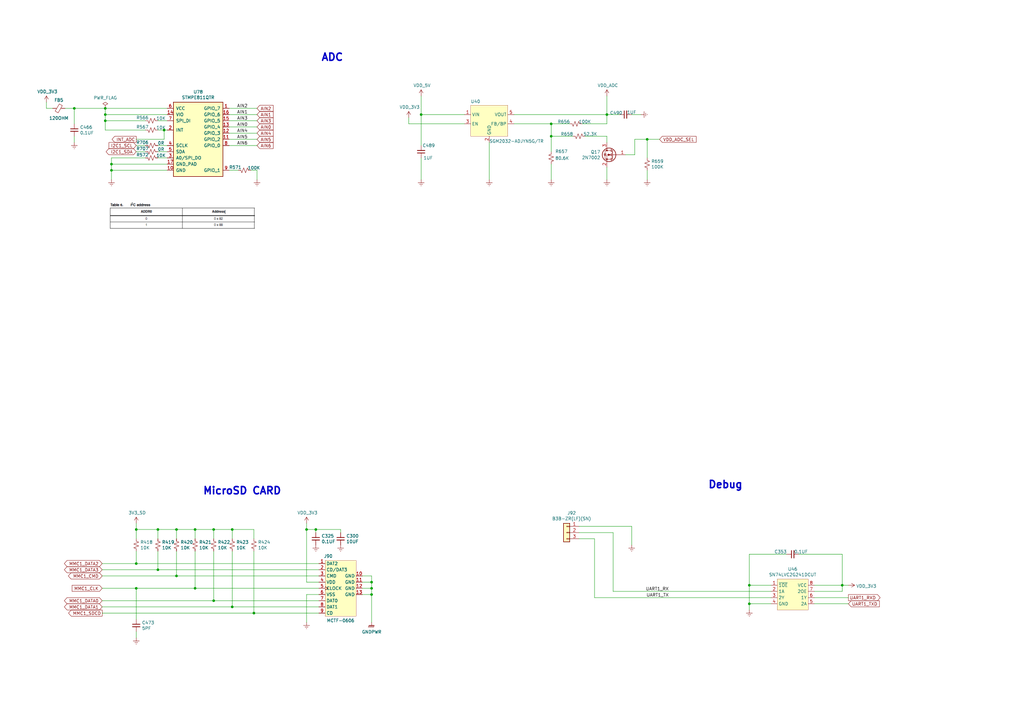
<source format=kicad_sch>
(kicad_sch (version 20210126) (generator eeschema)
  (paper "A3")
  (title_block (title "BeagleBone AI AM57x") (date "2021-01-15") (rev "Kicad-A1") (company "KiCad Services Corporation"))
  (lib_symbols
    (symbol "Connector_Generic:Conn_01x03" (pin_names (offset 1.016) hide)
      (property "Reference" "J" (at 0 5.08 0))
      (property "Value" "Conn_01x03" (at 0 -5.08 0))
      (symbol "Conn_01x03_1_1"
        (rectangle (start -1.27 -2.413) (end 0 -2.667) (stroke (width 0.1524)))
        (rectangle (start -1.27 2.667) (end 0 2.413) (stroke (width 0.1524)))
        (rectangle (start -1.27 3.81) (end 1.27 -3.81) (stroke (width 0.254)) (fill (type background)))
        (rectangle (start -1.27 0.127) (end 0 -0.127) (stroke (width 0.1524)))
        (pin passive line (at -5.08 2.54 0) (length 3.81) (name "Pin_1") (number "1"))
        (pin passive line (at -5.08 0 0) (length 3.81) (name "Pin_2") (number "2"))
        (pin passive line (at -5.08 -2.54 0) (length 3.81) (name "Pin_3") (number "3"))
      )
    )
    (symbol "Device:C_Small" (pin_numbers hide) (pin_names (offset 0.254) hide)
      (property "Reference" "C" (at 0.254 1.778 0))
      (property "Value" "C_Small" (at 0.254 -2.032 0))
      (symbol "C_Small_0_1"
        (polyline (pts (xy -1.524 -0.508) (xy 1.524 -0.508)) (stroke (width 0.3302)))
        (polyline (pts (xy -1.524 0.508) (xy 1.524 0.508)) (stroke (width 0.3048)))
      )
      (symbol "C_Small_1_1"
        (pin passive line (at 0 2.54 270) (length 2.032) (name "~") (number "1"))
        (pin passive line (at 0 -2.54 90) (length 2.032) (name "~") (number "2"))
      )
    )
    (symbol "Device:Ferrite_Bead_Small" (pin_numbers hide) (pin_names (offset 0))
      (property "Reference" "FB" (at 1.905 1.27 0))
      (property "Value" "Ferrite_Bead_Small" (at 1.905 -1.27 0))
      (symbol "Ferrite_Bead_Small_0_1"
        (polyline (pts (xy 0 -1.27) (xy 0 -0.7874)))
        (polyline (pts (xy 0 0.889) (xy 0 1.2954)))
        (polyline (pts (xy -1.8288 0.2794) (xy -1.1176 1.4986) (xy 1.8288 -0.2032) (xy 1.1176 -1.4224) (xy -1.8288 0.2794)))
      )
      (symbol "Ferrite_Bead_Small_1_1"
        (pin passive line (at 0 2.54 270) (length 1.27) (name "~") (number "1"))
        (pin passive line (at 0 -2.54 90) (length 1.27) (name "~") (number "2"))
      )
    )
    (symbol "Device:R_Small_US" (pin_numbers hide) (pin_names (offset 0.254) hide)
      (property "Reference" "R" (at 0.762 0.508 0))
      (property "Value" "R_Small_US" (at 0.762 -1.016 0))
      (symbol "R_Small_US_1_1"
        (polyline (pts (xy 0 0) (xy 1.016 -0.381) (xy 0 -0.762) (xy -1.016 -1.143) (xy 0 -1.524)))
        (polyline (pts (xy 0 1.524) (xy 1.016 1.143) (xy 0 0.762) (xy -1.016 0.381) (xy 0 0)))
        (pin passive line (at 0 2.54 270) (length 1.016) (name "~") (number "1"))
        (pin passive line (at 0 -2.54 90) (length 1.016) (name "~") (number "2"))
      )
    )
    (symbol "Transistor_FET:2N7002" (pin_names hide)
      (property "Reference" "Q" (at 5.08 1.905 0))
      (property "Value" "2N7002" (at 5.08 0 0))
      (symbol "2N7002_0_1"
        (circle (center 1.651 0) (radius 2.794) (stroke (width 0.254)))
        (circle (center 2.54 -1.778) (radius 0.254) (fill (type outline)))
        (circle (center 2.54 1.778) (radius 0.254) (fill (type outline)))
        (polyline (pts (xy 0.254 0) (xy -2.54 0)))
        (polyline (pts (xy 0.254 1.905) (xy 0.254 -1.905)) (stroke (width 0.254)))
        (polyline (pts (xy 0.762 -1.27) (xy 0.762 -2.286)) (stroke (width 0.254)))
        (polyline (pts (xy 0.762 0.508) (xy 0.762 -0.508)) (stroke (width 0.254)))
        (polyline (pts (xy 0.762 2.286) (xy 0.762 1.27)) (stroke (width 0.254)))
        (polyline (pts (xy 2.54 2.54) (xy 2.54 1.778)))
        (polyline (pts (xy 2.54 -2.54) (xy 2.54 0) (xy 0.762 0)))
        (polyline (pts (xy 0.762 -1.778) (xy 3.302 -1.778) (xy 3.302 1.778) (xy 0.762 1.778)))
        (polyline (pts (xy 1.016 0) (xy 2.032 0.381) (xy 2.032 -0.381) (xy 1.016 0)) (fill (type outline)))
        (polyline (pts (xy 2.794 0.508) (xy 2.921 0.381) (xy 3.683 0.381) (xy 3.81 0.254)))
        (polyline (pts (xy 3.302 0.381) (xy 2.921 -0.254) (xy 3.683 -0.254) (xy 3.302 0.381)))
      )
      (symbol "2N7002_1_1"
        (pin input line (at -5.08 0 0) (length 2.54) (name "G") (number "1"))
        (pin passive line (at 2.54 -5.08 90) (length 2.54) (name "S") (number "2"))
        (pin passive line (at 2.54 5.08 270) (length 2.54) (name "D") (number "3"))
      )
    )
    (symbol "beaglebone-ai:3V3_SD" (power) (pin_names (offset 0))
      (property "Value" "3V3_SD" (at 0 3.556 0))
      (symbol "3V3_SD_0_1"
        (polyline (pts (xy -0.762 1.27) (xy 0 2.54)))
        (polyline (pts (xy 0 0) (xy 0 2.54)))
        (polyline (pts (xy 0 2.54) (xy 0.762 1.27)))
      )
      (symbol "3V3_SD_1_1"
        (pin power_in line (at 0 0 90) (length 0) hide (name "3V3_SD") (number "1"))
      )
    )
    (symbol "beaglebone-ai:MCTF-0606"
      (property "Reference" "J" (at -6.35 11.43 0))
      (property "Value" "MCTF-0606" (at -1.27 -13.97 0))
      (symbol "MCTF-0606_0_1"
        (rectangle (start -6.35 10.16) (end 6.35 -12.7) (stroke (width 0.0006)) (fill (type background)))
      )
      (symbol "MCTF-0606_1_1"
        (pin input line (at -8.89 8.89 0) (length 2.54) (name "DAT2") (number "1"))
        (pin bidirectional line (at -8.89 6.35 0) (length 2.54) (name "CD/DAT3") (number "2"))
        (pin bidirectional line (at -8.89 3.81 0) (length 2.54) (name "CMD") (number "3"))
        (pin power_in line (at -8.89 1.27 0) (length 2.54) (name "VDD") (number "4"))
        (pin input clock (at -8.89 -1.27 0) (length 2.54) (name "CLOCK") (number "5"))
        (pin power_in line (at -8.89 -3.81 0) (length 2.54) (name "VSS") (number "6"))
        (pin bidirectional line (at -8.89 -6.35 0) (length 2.54) (name "DAT0") (number "7"))
        (pin bidirectional line (at -8.89 -8.89 0) (length 2.54) (name "DAT1") (number "8"))
        (pin output line (at -8.89 -11.43 0) (length 2.54) (name "CD") (number "9"))
        (pin power_in line (at 8.89 3.81 180) (length 2.54) (name "GND") (number "10"))
        (pin power_in line (at 8.89 1.27 180) (length 2.54) (name "GND") (number "11"))
        (pin power_in line (at 8.89 -1.27 180) (length 2.54) (name "GND") (number "12"))
        (pin power_in line (at 8.89 -3.81 180) (length 2.54) (name "GND") (number "13"))
      )
    )
    (symbol "beaglebone-ai:SGM2032"
      (property "Reference" "U" (at -6.35 12.7 0))
      (property "Value" "SGM2032" (at 8.89 12.7 0))
      (symbol "SGM2032_0_1"
        (rectangle (start -6.35 11.43) (end 8.89 -1.27) (stroke (width 0.0006)) (fill (type background)))
      )
      (symbol "SGM2032_1_1"
        (pin power_in line (at -8.89 7.62 0) (length 2.54) (name "VIN") (number "1"))
        (pin input line (at -8.89 3.81 0) (length 2.54) (name "EN") (number "3"))
        (pin power_in line (at 1.27 -3.81 90) (length 2.54) (name "GND") (number "2"))
        (pin input line (at 11.43 3.81 180) (length 2.54) (name "FB/BP") (number "4"))
        (pin power_out line (at 11.43 7.62 180) (length 2.54) (name "VOUT") (number "5"))
      )
    )
    (symbol "beaglebone-ai:SN74LVC2G241"
      (property "Reference" "U" (at -5.08 7.62 0))
      (property "Value" "SN74LVC2G241" (at 0 -7.62 0))
      (symbol "SN74LVC2G241_0_1"
        (rectangle (start -6.35 6.35) (end 6.35 -6.35) (stroke (width 0.0006)) (fill (type background)))
      )
      (symbol "SN74LVC2G241_1_1"
        (pin input line (at -8.89 3.81 0) (length 2.54) (name "~1OE") (number "1"))
        (pin input line (at -8.89 1.27 0) (length 2.54) (name "1A") (number "2"))
        (pin output line (at -8.89 -1.27 0) (length 2.54) (name "2Y") (number "3"))
        (pin power_in line (at -8.89 -3.81 0) (length 2.54) (name "GND") (number "4"))
        (pin power_in line (at 8.89 3.81 180) (length 2.54) (name "VCC") (number "8"))
        (pin input line (at 8.89 1.27 180) (length 2.54) (name "2OE") (number "7"))
        (pin output line (at 8.89 -1.27 180) (length 2.54) (name "1Y") (number "6"))
        (pin input line (at 8.89 -3.81 180) (length 2.54) (name "2A") (number "5"))
      )
    )
    (symbol "beaglebone-ai:STMPE811" (pin_names (offset 1.016))
      (property "Reference" "U" (at -9.144 16.256 0))
      (property "Value" "STMPE811" (at 6.096 16.256 0))
      (symbol "STMPE811_0_1"
        (rectangle (start -10.16 15.24) (end 10.16 -15.24) (stroke (width 0.254)) (fill (type background)))
      )
      (symbol "STMPE811_1_1"
        (pin bidirectional line (at 12.7 -2.54 180) (length 2.54) (name "GPIO_0") (number "8"))
        (pin input line (at -12.7 -7.62 0) (length 2.54) (name "A0/SPI_DO") (number "3"))
        (pin input line (at -12.7 -2.54 0) (length 2.54) (name "SCLK") (number "4"))
        (pin bidirectional line (at 12.7 -12.7 180) (length 2.54) (name "GPIO_1") (number "9"))
        (pin bidirectional line (at -12.7 -5.08 0) (length 2.54) (name "SDA") (number "5"))
        (pin power_in line (at -12.7 12.7 0) (length 2.54) (name "VCC") (number "6"))
        (pin output line (at -12.7 3.81 0) (length 2.54) (name "INT") (number "2"))
        (pin input line (at -12.7 10.16 0) (length 2.54) (name "VIO") (number "14"))
        (pin input line (at -12.7 7.62 0) (length 2.54) (name "SPI_DI") (number "7"))
        (pin bidirectional line (at 12.7 0 180) (length 2.54) (name "GPIO_2") (number "11"))
        (pin bidirectional line (at 12.7 2.54 180) (length 2.54) (name "GPIO_3") (number "12"))
        (pin bidirectional line (at 12.7 5.08 180) (length 2.54) (name "GPIO_4") (number "13"))
        (pin bidirectional line (at 12.7 7.62 180) (length 2.54) (name "GPIO_5") (number "15"))
        (pin bidirectional line (at 12.7 10.16 180) (length 2.54) (name "GPIO_6") (number "16"))
        (pin bidirectional line (at 12.7 12.7 180) (length 2.54) (name "GPIO_7") (number "1"))
        (pin power_in line (at -12.7 -12.7 0) (length 2.54) (name "GND") (number "10"))
        (pin power_in line (at -12.7 -10.16 0) (length 2.54) (name "GND_PAD") (number "17"))
      )
    )
    (symbol "beaglebone-ai:VDD_3V3" (power) (pin_names (offset 0))
      (property "Value" "VDD_3V3" (at 0 3.556 0))
      (symbol "VDD_3V3_0_1"
        (polyline (pts (xy -0.762 1.27) (xy 0 2.54)))
        (polyline (pts (xy 0 0) (xy 0 2.54)))
        (polyline (pts (xy 0 2.54) (xy 0.762 1.27)))
      )
      (symbol "VDD_3V3_1_1"
        (pin power_in line (at 0 0 90) (length 0) hide (name "VDD_3V3") (number "1"))
      )
    )
    (symbol "beaglebone-ai:VDD_5V" (power) (pin_names (offset 0))
      (property "Value" "VDD_5V" (at 0 3.556 0))
      (symbol "VDD_5V_0_1"
        (polyline (pts (xy -0.762 1.27) (xy 0 2.54)))
        (polyline (pts (xy 0 0) (xy 0 2.54)))
        (polyline (pts (xy 0 2.54) (xy 0.762 1.27)))
      )
      (symbol "VDD_5V_1_1"
        (pin power_in line (at 0 0 90) (length 0) hide (name "VDD_5V") (number "1"))
      )
    )
    (symbol "beaglebone-ai:VDD_ADC" (power) (pin_names (offset 0))
      (property "Value" "VDD_ADC" (at 0 3.556 0))
      (symbol "VDD_ADC_0_1"
        (polyline (pts (xy -0.762 1.27) (xy 0 2.54)))
        (polyline (pts (xy 0 0) (xy 0 2.54)))
        (polyline (pts (xy 0 2.54) (xy 0.762 1.27)))
      )
      (symbol "VDD_ADC_1_1"
        (pin power_in line (at 0 0 90) (length 0) hide (name "VDD_ADC") (number "1"))
      )
    )
    (symbol "power:Earth" (power) (pin_names (offset 0))
      (symbol "Earth_0_1"
        (polyline (pts (xy -0.635 -1.905) (xy 0.635 -1.905)))
        (polyline (pts (xy -0.127 -2.54) (xy 0.127 -2.54)))
        (polyline (pts (xy 0 -1.27) (xy 0 0)))
        (polyline (pts (xy 1.27 -1.27) (xy -1.27 -1.27)))
      )
      (symbol "Earth_1_1"
        (pin power_in line (at 0 0 270) (length 0) hide (name "Earth") (number "1"))
      )
    )
    (symbol "power:GNDPWR" (power) (pin_names (offset 0))
      (property "Value" "GNDPWR" (at 0 -3.302 0))
      (symbol "GNDPWR_0_1"
        (polyline (pts (xy 0 -1.27) (xy 0 0)))
        (polyline (pts (xy -1.016 -1.27) (xy -1.27 -2.032) (xy -1.27 -2.032)) (stroke (width 0.2032)))
        (polyline (pts (xy -0.508 -1.27) (xy -0.762 -2.032) (xy -0.762 -2.032)) (stroke (width 0.2032)))
        (polyline (pts (xy 0 -1.27) (xy -0.254 -2.032) (xy -0.254 -2.032)) (stroke (width 0.2032)))
        (polyline (pts (xy 0.508 -1.27) (xy 0.254 -2.032) (xy 0.254 -2.032)) (stroke (width 0.2032)))
        (polyline (pts (xy 1.016 -1.27) (xy -1.016 -1.27) (xy -1.016 -1.27)) (stroke (width 0.2032)))
        (polyline (pts (xy 1.016 -1.27) (xy 0.762 -2.032) (xy 0.762 -2.032) (xy 0.762 -2.032)) (stroke (width 0.2032)))
      )
      (symbol "GNDPWR_1_1"
        (pin power_in line (at 0 0 270) (length 0) hide (name "GNDPWR") (number "1"))
      )
    )
    (symbol "power:PWR_FLAG" (power) (pin_numbers hide) (pin_names (offset 0) hide)
      (property "Value" "PWR_FLAG" (at 0 3.81 0))
      (symbol "PWR_FLAG_0_0"
        (pin power_out line (at 0 0 90) (length 0) (name "pwr") (number "1"))
      )
      (symbol "PWR_FLAG_0_1"
        (polyline (pts (xy 0 0) (xy 0 1.27) (xy -1.016 1.905) (xy 0 2.54) (xy 1.016 1.905) (xy 0 1.27)))
      )
    )
  )
  (junction (at 30.48 44.45) (diameter 0.9144))
  (junction (at 43.18 44.45) (diameter 0.9144))
  (junction (at 43.18 46.99) (diameter 0.9144))
  (junction (at 43.18 49.53) (diameter 0.9144))
  (junction (at 45.72 67.31) (diameter 0.9144))
  (junction (at 45.72 69.85) (diameter 0.9144))
  (junction (at 55.88 217.17) (diameter 0.9144))
  (junction (at 55.88 231.14) (diameter 0.9144))
  (junction (at 55.88 241.3) (diameter 0.9144))
  (junction (at 64.77 217.17) (diameter 0.9144))
  (junction (at 64.77 233.68) (diameter 0.9144))
  (junction (at 67.31 53.34) (diameter 0.9144))
  (junction (at 72.39 217.17) (diameter 0.9144))
  (junction (at 72.39 236.22) (diameter 0.9144))
  (junction (at 80.01 217.17) (diameter 0.9144))
  (junction (at 80.01 241.3) (diameter 0.9144))
  (junction (at 87.63 217.17) (diameter 0.9144))
  (junction (at 87.63 246.38) (diameter 0.9144))
  (junction (at 95.25 217.17) (diameter 0.9144))
  (junction (at 95.25 248.92) (diameter 0.9144))
  (junction (at 104.14 251.46) (diameter 0.9144))
  (junction (at 125.73 217.17) (diameter 0.9144))
  (junction (at 129.54 217.17) (diameter 0.9144))
  (junction (at 152.4 238.76) (diameter 0.9144))
  (junction (at 152.4 241.3) (diameter 0.9144))
  (junction (at 152.4 243.84) (diameter 0.9144))
  (junction (at 172.72 46.99) (diameter 0.9144))
  (junction (at 226.06 50.8) (diameter 0.9144))
  (junction (at 226.06 55.88) (diameter 0.9144))
  (junction (at 248.92 46.99) (diameter 0.9144))
  (junction (at 265.43 57.15) (diameter 0.9144))
  (junction (at 307.34 240.03) (diameter 0.9144))
  (junction (at 307.34 247.65) (diameter 0.9144))
  (junction (at 345.44 240.03) (diameter 0.9144))
  (wire (pts (xy 19.05 41.91) (xy 19.05 44.45)))
  (wire (pts (xy 21.59 44.45) (xy 19.05 44.45)))
  (wire (pts (xy 26.67 44.45) (xy 30.48 44.45)))
  (wire (pts (xy 30.48 44.45) (xy 30.48 50.8)))
  (wire (pts (xy 30.48 55.88) (xy 30.48 58.42)))
  (wire (pts (xy 41.91 231.14) (xy 55.88 231.14)))
  (wire (pts (xy 41.91 233.68) (xy 64.77 233.68)))
  (wire (pts (xy 41.91 236.22) (xy 72.39 236.22)))
  (wire (pts (xy 41.91 241.3) (xy 55.88 241.3)))
  (wire (pts (xy 41.91 246.38) (xy 87.63 246.38)))
  (wire (pts (xy 41.91 248.92) (xy 95.25 248.92)))
  (wire (pts (xy 41.91 251.46) (xy 104.14 251.46)))
  (wire (pts (xy 43.18 44.45) (xy 30.48 44.45)))
  (wire (pts (xy 43.18 46.99) (xy 43.18 44.45)))
  (wire (pts (xy 43.18 46.99) (xy 68.58 46.99)))
  (wire (pts (xy 43.18 49.53) (xy 43.18 46.99)))
  (wire (pts (xy 43.18 49.53) (xy 59.69 49.53)))
  (wire (pts (xy 43.18 53.34) (xy 43.18 49.53)))
  (wire (pts (xy 45.72 64.77) (xy 45.72 67.31)))
  (wire (pts (xy 45.72 64.77) (xy 59.69 64.77)))
  (wire (pts (xy 45.72 67.31) (xy 45.72 69.85)))
  (wire (pts (xy 45.72 67.31) (xy 68.58 67.31)))
  (wire (pts (xy 45.72 69.85) (xy 45.72 73.66)))
  (wire (pts (xy 45.72 69.85) (xy 68.58 69.85)))
  (wire (pts (xy 55.88 57.15) (xy 67.31 57.15)))
  (wire (pts (xy 55.88 59.69) (xy 59.69 59.69)))
  (wire (pts (xy 55.88 62.23) (xy 59.69 62.23)))
  (wire (pts (xy 55.88 214.63) (xy 55.88 217.17)))
  (wire (pts (xy 55.88 217.17) (xy 64.77 217.17)))
  (wire (pts (xy 55.88 220.98) (xy 55.88 217.17)))
  (wire (pts (xy 55.88 231.14) (xy 55.88 226.06)))
  (wire (pts (xy 55.88 231.14) (xy 130.81 231.14)))
  (wire (pts (xy 55.88 241.3) (xy 55.88 254)))
  (wire (pts (xy 55.88 241.3) (xy 80.01 241.3)))
  (wire (pts (xy 55.88 259.08) (xy 55.88 261.62)))
  (wire (pts (xy 59.69 53.34) (xy 43.18 53.34)))
  (wire (pts (xy 64.77 49.53) (xy 68.58 49.53)))
  (wire (pts (xy 64.77 53.34) (xy 67.31 53.34)))
  (wire (pts (xy 64.77 59.69) (xy 68.58 59.69)))
  (wire (pts (xy 64.77 62.23) (xy 68.58 62.23)))
  (wire (pts (xy 64.77 64.77) (xy 68.58 64.77)))
  (wire (pts (xy 64.77 217.17) (xy 64.77 220.98)))
  (wire (pts (xy 64.77 217.17) (xy 72.39 217.17)))
  (wire (pts (xy 64.77 226.06) (xy 64.77 233.68)))
  (wire (pts (xy 64.77 233.68) (xy 130.81 233.68)))
  (wire (pts (xy 67.31 53.34) (xy 67.31 57.15)))
  (wire (pts (xy 68.58 44.45) (xy 43.18 44.45)))
  (wire (pts (xy 68.58 53.34) (xy 67.31 53.34)))
  (wire (pts (xy 72.39 217.17) (xy 72.39 220.98)))
  (wire (pts (xy 72.39 217.17) (xy 80.01 217.17)))
  (wire (pts (xy 72.39 226.06) (xy 72.39 236.22)))
  (wire (pts (xy 72.39 236.22) (xy 130.81 236.22)))
  (wire (pts (xy 80.01 217.17) (xy 80.01 220.98)))
  (wire (pts (xy 80.01 217.17) (xy 87.63 217.17)))
  (wire (pts (xy 80.01 226.06) (xy 80.01 241.3)))
  (wire (pts (xy 80.01 241.3) (xy 130.81 241.3)))
  (wire (pts (xy 87.63 217.17) (xy 87.63 220.98)))
  (wire (pts (xy 87.63 217.17) (xy 95.25 217.17)))
  (wire (pts (xy 87.63 226.06) (xy 87.63 246.38)))
  (wire (pts (xy 87.63 246.38) (xy 130.81 246.38)))
  (wire (pts (xy 93.98 44.45) (xy 105.41 44.45)))
  (wire (pts (xy 93.98 46.99) (xy 105.41 46.99)))
  (wire (pts (xy 93.98 49.53) (xy 105.41 49.53)))
  (wire (pts (xy 93.98 52.07) (xy 105.41 52.07)))
  (wire (pts (xy 93.98 54.61) (xy 105.41 54.61)))
  (wire (pts (xy 93.98 57.15) (xy 105.41 57.15)))
  (wire (pts (xy 93.98 59.69) (xy 105.41 59.69)))
  (wire (pts (xy 93.98 69.85) (xy 97.79 69.85)))
  (wire (pts (xy 95.25 217.17) (xy 95.25 220.98)))
  (wire (pts (xy 95.25 217.17) (xy 104.14 217.17)))
  (wire (pts (xy 95.25 226.06) (xy 95.25 248.92)))
  (wire (pts (xy 95.25 248.92) (xy 130.81 248.92)))
  (wire (pts (xy 102.87 69.85) (xy 105.41 69.85)))
  (wire (pts (xy 104.14 217.17) (xy 104.14 220.98)))
  (wire (pts (xy 104.14 226.06) (xy 104.14 251.46)))
  (wire (pts (xy 104.14 251.46) (xy 130.81 251.46)))
  (wire (pts (xy 105.41 69.85) (xy 105.41 73.66)))
  (wire (pts (xy 125.73 214.63) (xy 125.73 217.17)))
  (wire (pts (xy 125.73 217.17) (xy 125.73 238.76)))
  (wire (pts (xy 125.73 217.17) (xy 129.54 217.17)))
  (wire (pts (xy 125.73 238.76) (xy 130.81 238.76)))
  (wire (pts (xy 125.73 243.84) (xy 125.73 255.27)))
  (wire (pts (xy 125.73 243.84) (xy 130.81 243.84)))
  (wire (pts (xy 129.54 217.17) (xy 129.54 218.44)))
  (wire (pts (xy 129.54 217.17) (xy 139.7 217.17)))
  (wire (pts (xy 139.7 217.17) (xy 139.7 218.44)))
  (wire (pts (xy 148.59 236.22) (xy 152.4 236.22)))
  (wire (pts (xy 148.59 238.76) (xy 152.4 238.76)))
  (wire (pts (xy 148.59 241.3) (xy 152.4 241.3)))
  (wire (pts (xy 148.59 243.84) (xy 152.4 243.84)))
  (wire (pts (xy 152.4 236.22) (xy 152.4 238.76)))
  (wire (pts (xy 152.4 238.76) (xy 152.4 241.3)))
  (wire (pts (xy 152.4 241.3) (xy 152.4 243.84)))
  (wire (pts (xy 152.4 243.84) (xy 152.4 255.27)))
  (wire (pts (xy 167.64 48.26) (xy 167.64 50.8)))
  (wire (pts (xy 172.72 39.37) (xy 172.72 46.99)))
  (wire (pts (xy 172.72 46.99) (xy 172.72 59.69)))
  (wire (pts (xy 172.72 64.77) (xy 172.72 73.66)))
  (wire (pts (xy 190.5 46.99) (xy 172.72 46.99)))
  (wire (pts (xy 190.5 50.8) (xy 167.64 50.8)))
  (wire (pts (xy 200.66 58.42) (xy 200.66 73.66)))
  (wire (pts (xy 210.82 46.99) (xy 248.92 46.99)))
  (wire (pts (xy 210.82 50.8) (xy 226.06 50.8)))
  (wire (pts (xy 226.06 50.8) (xy 226.06 55.88)))
  (wire (pts (xy 226.06 50.8) (xy 233.68 50.8)))
  (wire (pts (xy 226.06 55.88) (xy 226.06 62.23)))
  (wire (pts (xy 226.06 55.88) (xy 234.95 55.88)))
  (wire (pts (xy 226.06 67.31) (xy 226.06 73.66)))
  (wire (pts (xy 237.49 215.9) (xy 259.08 215.9)))
  (wire (pts (xy 237.49 220.98) (xy 243.84 220.98)))
  (wire (pts (xy 238.76 50.8) (xy 248.92 50.8)))
  (wire (pts (xy 240.03 55.88) (xy 248.92 55.88)))
  (wire (pts (xy 243.84 220.98) (xy 243.84 245.11)))
  (wire (pts (xy 243.84 245.11) (xy 316.23 245.11)))
  (wire (pts (xy 248.92 39.37) (xy 248.92 46.99)))
  (wire (pts (xy 248.92 46.99) (xy 254 46.99)))
  (wire (pts (xy 248.92 50.8) (xy 248.92 46.99)))
  (wire (pts (xy 248.92 55.88) (xy 248.92 58.42)))
  (wire (pts (xy 248.92 68.58) (xy 248.92 73.66)))
  (wire (pts (xy 251.46 218.44) (xy 237.49 218.44)))
  (wire (pts (xy 251.46 242.57) (xy 251.46 218.44)))
  (wire (pts (xy 256.54 63.5) (xy 260.35 63.5)))
  (wire (pts (xy 259.08 46.99) (xy 262.89 46.99)))
  (wire (pts (xy 259.08 215.9) (xy 259.08 223.52)))
  (wire (pts (xy 260.35 57.15) (xy 265.43 57.15)))
  (wire (pts (xy 260.35 63.5) (xy 260.35 57.15)))
  (wire (pts (xy 265.43 57.15) (xy 265.43 64.77)))
  (wire (pts (xy 265.43 57.15) (xy 270.51 57.15)))
  (wire (pts (xy 265.43 69.85) (xy 265.43 73.66)))
  (wire (pts (xy 307.34 227.33) (xy 322.58 227.33)))
  (wire (pts (xy 307.34 240.03) (xy 307.34 227.33)))
  (wire (pts (xy 307.34 240.03) (xy 307.34 247.65)))
  (wire (pts (xy 307.34 247.65) (xy 307.34 250.19)))
  (wire (pts (xy 316.23 240.03) (xy 307.34 240.03)))
  (wire (pts (xy 316.23 242.57) (xy 251.46 242.57)))
  (wire (pts (xy 316.23 247.65) (xy 307.34 247.65)))
  (wire (pts (xy 327.66 227.33) (xy 345.44 227.33)))
  (wire (pts (xy 334.01 242.57) (xy 345.44 242.57)))
  (wire (pts (xy 334.01 245.11) (xy 347.98 245.11)))
  (wire (pts (xy 334.01 247.65) (xy 347.98 247.65)))
  (wire (pts (xy 345.44 227.33) (xy 345.44 240.03)))
  (wire (pts (xy 345.44 240.03) (xy 334.01 240.03)))
  (wire (pts (xy 345.44 240.03) (xy 347.98 240.03)))
  (wire (pts (xy 345.44 242.57) (xy 345.44 240.03)))
  (image (at 74.93 88.9))
  (text "MicroSD CARD" (at 115.57 203.2 180) (effects (font (size 3 3) (thickness 0.6) bold) (justify right bottom)))
  (text "ADC" (at 140.97 25.4 180) (effects (font (size 3 3) (thickness 0.6) bold) (justify right bottom)))
  (text "Debug" (at 304.8 200.66 180) (effects (font (size 3 3) (thickness 0.6) bold) (justify right bottom)))
  (label "AIN2" (at 101.6 44.45 180))
  (label "AIN1" (at 101.6 46.99 180))
  (label "AIN3" (at 101.6 49.53 180))
  (label "AIN0" (at 101.6 52.07 180))
  (label "AIN4" (at 101.6 54.61 180))
  (label "AIN5" (at 101.6 57.15 180))
  (label "AIN6" (at 101.6 59.69 180))
  (label "UART1_RX" (at 274.32 242.57 180))
  (label "UART1_TX" (at 274.32 245.11 180))
  (global_label "MMC1_DATA2" (shape bidirectional) (at 41.91 231.14 180) (property "Intersheet References" "${INTERSHEET_REFS}" (at 25.9986 231.0606 0) (effects (justify right))))
  (global_label "MMC1_DATA3" (shape bidirectional) (at 41.91 233.68 180) (property "Intersheet References" "${INTERSHEET_REFS}" (at 25.9986 233.6006 0) (effects (justify right))))
  (global_label "MMC1_CMD" (shape bidirectional) (at 41.91 236.22 180) (property "Intersheet References" "${INTERSHEET_REFS}" (at 27.6315 236.1406 0) (effects (justify right))))
  (global_label "MMC1_CLK" (shape input) (at 41.91 241.3 180) (property "Intersheet References" "${INTERSHEET_REFS}" (at 28.0548 241.2206 0) (effects (justify right))))
  (global_label "MMC1_DATA0" (shape bidirectional) (at 41.91 246.38 180) (property "Intersheet References" "${INTERSHEET_REFS}" (at 25.9986 246.3006 0) (effects (justify right))))
  (global_label "MMC1_DATA1" (shape bidirectional) (at 41.91 248.92 180) (property "Intersheet References" "${INTERSHEET_REFS}" (at 25.9986 248.8406 0) (effects (justify right))))
  (global_label "MMC1_SDCD" (shape output) (at 41.91 251.46 180) (property "Intersheet References" "${INTERSHEET_REFS}" (at 26.6034 251.3806 0) (effects (justify right))))
  (global_label "INT_ADC" (shape output) (at 55.88 57.15 180) (property "Intersheet References" "${INTERSHEET_REFS}" (at 44.4439 57.0706 0) (effects (justify right))))
  (global_label "I2C1_SCL" (shape input) (at 55.88 59.69 180) (property "Intersheet References" "${INTERSHEET_REFS}" (at 43.1739 59.6106 0) (effects (justify right))))
  (global_label "I2C1_SDA" (shape bidirectional) (at 55.88 62.23 180) (property "Intersheet References" "${INTERSHEET_REFS}" (at 43.1134 62.1506 0) (effects (justify right))))
  (global_label "AIN2" (shape input) (at 105.41 44.45 0) (property "Intersheet References" "${INTERSHEET_REFS}" (at 115.57 44.45 0)))
  (global_label "AIN1" (shape input) (at 105.41 46.99 0) (property "Intersheet References" "${INTERSHEET_REFS}" (at 115.57 46.99 0)))
  (global_label "AIN3" (shape input) (at 105.41 49.53 0) (property "Intersheet References" "${INTERSHEET_REFS}" (at 115.57 49.53 0)))
  (global_label "AIN0" (shape input) (at 105.41 52.07 0) (property "Intersheet References" "${INTERSHEET_REFS}" (at 115.57 52.07 0)))
  (global_label "AIN4" (shape input) (at 105.41 54.61 0) (property "Intersheet References" "${INTERSHEET_REFS}" (at 115.57 54.61 0)))
  (global_label "AIN5" (shape input) (at 105.41 57.15 0) (property "Intersheet References" "${INTERSHEET_REFS}" (at 115.57 57.15 0)))
  (global_label "AIN6" (shape input) (at 105.41 59.69 0) (property "Intersheet References" "${INTERSHEET_REFS}" (at 115.57 59.69 0)))
  (global_label "VDD_ADC_SEL" (shape input) (at 270.51 57.15 0) (property "Intersheet References" "${INTERSHEET_REFS}" (at 287.0261 57.0706 0) (effects (justify left))))
  (global_label "UART1_RXD" (shape output) (at 347.98 245.11 0) (property "Intersheet References" "${INTERSHEET_REFS}" (at 362.5004 245.0306 0) (effects (justify left))))
  (global_label "UART1_TXD" (shape input) (at 347.98 247.65 0) (property "Intersheet References" "${INTERSHEET_REFS}" (at 362.1981 247.5706 0) (effects (justify left))))
  (symbol (lib_id "power:PWR_FLAG") (at 43.18 44.45 0) (unit 1)
    (property "Reference" "#FLG0123" (effects hide))
    (property "Value" "PWR_FLAG" (at 43.18 40.1256 0))
  )
  (symbol (lib_id "beaglebone-ai:VDD_3V3") (at 19.05 41.91 0) (unit 1)
    (property "Reference" "#PWR0505" (effects hide))
    (property "Value" "VDD_3V3" (at 19.4183 37.5856 0))
  )
  (symbol (lib_id "beaglebone-ai:3V3_SD") (at 55.88 214.63 0) (unit 1)
    (property "Reference" "#PWR0516" (effects hide))
    (property "Value" "3V3_SD" (at 56.2483 210.3056 0))
  )
  (symbol (lib_id "beaglebone-ai:VDD_3V3") (at 125.73 214.63 0) (unit 1)
    (property "Reference" "#PWR0515" (effects hide))
    (property "Value" "VDD_3V3" (at 126.0983 210.3056 0))
  )
  (symbol (lib_id "beaglebone-ai:VDD_3V3") (at 167.64 48.26 0) (unit 1)
    (property "Reference" "#PWR0503" (effects hide))
    (property "Value" "VDD_3V3" (at 168.0083 43.9356 0))
  )
  (symbol (lib_id "beaglebone-ai:VDD_5V") (at 172.72 39.37 0) (unit 1)
    (property "Reference" "#PWR0512" (effects hide))
    (property "Value" "VDD_5V" (at 173.0883 35.0456 0))
  )
  (symbol (lib_id "beaglebone-ai:VDD_ADC") (at 248.92 39.37 0) (unit 1)
    (property "Reference" "#PWR0507" (effects hide))
    (property "Value" "VDD_ADC" (at 249.2883 35.0456 0))
  )
  (symbol (lib_id "beaglebone-ai:VDD_3V3") (at 347.98 240.03 270) (unit 1)
    (property "Reference" "#PWR0524" (effects hide))
    (property "Value" "VDD_3V3" (at 351.1551 240.3983 90) (effects (justify left)))
  )
  (symbol (lib_id "power:GNDPWR") (at 152.4 255.27 0) (unit 1)
    (property "Reference" "#PWR0521" (effects hide))
    (property "Value" "GNDPWR" (at 152.4635 259.188 0))
  )
  (symbol (lib_id "power:Earth") (at 30.48 58.42 0) (unit 1)
    (property "Reference" "#PWR0506" (effects hide))
    (property "Value" "Earth" (effects hide))
  )
  (symbol (lib_id "power:Earth") (at 45.72 73.66 0) (unit 1)
    (property "Reference" "#PWR0504" (effects hide))
    (property "Value" "Earth" (effects hide))
  )
  (symbol (lib_id "power:Earth") (at 55.88 261.62 0) (unit 1)
    (property "Reference" "#PWR0517" (effects hide))
    (property "Value" "Earth" (effects hide))
  )
  (symbol (lib_id "power:Earth") (at 105.41 73.66 0) (unit 1)
    (property "Reference" "#PWR0502" (effects hide))
    (property "Value" "Earth" (effects hide))
  )
  (symbol (lib_id "power:Earth") (at 125.73 255.27 0) (unit 1)
    (property "Reference" "#PWR0518" (effects hide))
    (property "Value" "Earth" (effects hide))
  )
  (symbol (lib_id "power:Earth") (at 129.54 223.52 0) (unit 1)
    (property "Reference" "#PWR0520" (effects hide))
    (property "Value" "Earth" (effects hide))
  )
  (symbol (lib_id "power:Earth") (at 139.7 223.52 0) (unit 1)
    (property "Reference" "#PWR0519" (effects hide))
    (property "Value" "Earth" (effects hide))
  )
  (symbol (lib_id "power:Earth") (at 172.72 73.66 0) (unit 1)
    (property "Reference" "#PWR0511" (effects hide))
    (property "Value" "Earth" (effects hide))
  )
  (symbol (lib_id "power:Earth") (at 200.66 73.66 0) (unit 1)
    (property "Reference" "#PWR0514" (effects hide))
    (property "Value" "Earth" (effects hide))
  )
  (symbol (lib_id "power:Earth") (at 226.06 73.66 0) (unit 1)
    (property "Reference" "#PWR0513" (effects hide))
    (property "Value" "Earth" (effects hide))
  )
  (symbol (lib_id "power:Earth") (at 248.92 73.66 0) (unit 1)
    (property "Reference" "#PWR0510" (effects hide))
    (property "Value" "Earth" (effects hide))
  )
  (symbol (lib_id "power:Earth") (at 259.08 223.52 0) (unit 1)
    (property "Reference" "#PWR0523" (effects hide))
    (property "Value" "Earth" (effects hide))
  )
  (symbol (lib_id "power:Earth") (at 262.89 46.99 90) (unit 1)
    (property "Reference" "#PWR0508" (effects hide))
    (property "Value" "Earth" (effects hide))
  )
  (symbol (lib_id "power:Earth") (at 265.43 73.66 0) (unit 1)
    (property "Reference" "#PWR0509" (effects hide))
    (property "Value" "Earth" (effects hide))
  )
  (symbol (lib_id "power:Earth") (at 307.34 250.19 0) (unit 1)
    (property "Reference" "#PWR0522" (effects hide))
    (property "Value" "Earth" (effects hide))
  )
  (symbol (lib_id "Device:R_Small_US") (at 55.88 223.52 0) (unit 1)
    (property "Reference" "R418" (at 57.531 222.371 0) (effects (justify left)))
    (property "Value" "10K" (at 57.531 224.669 0) (effects (justify left)))
    (property "Footprint" "beaglebone-ai:R0402" (effects hide))
    (property "Description" "RES,10K,+/-1%,1/16W,SMD0402" (effects hide))
    (property "Manufacturer" "YAGEO" (effects hide))
    (property "Manufacturer P/N" "RC0402FR-0710KL" (effects hide))
    (property "Rating" "1%" (effects hide))
  )
  (symbol (lib_id "Device:R_Small_US") (at 62.23 49.53 90) (mirror x) (unit 1)
    (property "Reference" "R566" (at 58.42 48.279 90))
    (property "Value" "10K" (at 66.04 48.521 90))
    (property "Footprint" "beaglebone-ai:R0402" (effects hide))
    (property "Description" "RES,10K,+/-5%,1/16W,SMD0402" (effects hide))
    (property "Manufacturer" "YAGEO" (effects hide))
    (property "Manufacturer P/N" "RC0402JR-0710KL" (effects hide))
    (property "Rating" "5%" (effects hide))
  )
  (symbol (lib_id "Device:R_Small_US") (at 62.23 53.34 90) (mirror x) (unit 1)
    (property "Reference" "R567" (at 58.42 52.089 90))
    (property "Value" "10K" (at 66.04 52.331 90))
    (property "Footprint" "beaglebone-ai:R0402" (effects hide))
    (property "Description" "RES,10K,+/-5%,1/16W,SMD0402" (effects hide))
    (property "Manufacturer" "YAGEO" (effects hide))
    (property "Manufacturer P/N" "RC0402JR-0710KL" (effects hide))
    (property "Rating" "5%" (effects hide))
  )
  (symbol (lib_id "Device:R_Small_US") (at 62.23 59.69 90) (mirror x) (unit 1)
    (property "Reference" "R706" (at 58.42 58.439 90))
    (property "Value" "0R" (at 66.04 58.681 90))
    (property "Footprint" "beaglebone-ai:R0402" (effects hide))
    (property "Description" "RES,0R,+/-5%,1/16W,SMD0402" (effects hide))
    (property "Manufacturer" "YAGEO" (effects hide))
    (property "Manufacturer P/N" "RC0402JR-070RL" (effects hide))
    (property "Rating" "5%" (effects hide))
  )
  (symbol (lib_id "Device:R_Small_US") (at 62.23 62.23 90) (mirror x) (unit 1)
    (property "Reference" "R707" (at 58.42 60.979 90))
    (property "Value" "0R" (at 66.04 61.221 90))
    (property "Footprint" "beaglebone-ai:R0402" (effects hide))
    (property "Description" "RES,0R,+/-5%,1/16W,SMD0402" (effects hide))
    (property "Manufacturer" "YAGEO" (effects hide))
    (property "Manufacturer P/N" "RC0402JR-070RL" (effects hide))
    (property "Rating" "5%" (effects hide))
  )
  (symbol (lib_id "Device:R_Small_US") (at 62.23 64.77 90) (mirror x) (unit 1)
    (property "Reference" "R572" (at 58.42 63.519 90))
    (property "Value" "10K" (at 66.04 63.761 90))
    (property "Footprint" "beaglebone-ai:R0402" (effects hide))
    (property "Description" "RES,10K,+/-5%,1/16W,SMD0402" (effects hide))
    (property "Manufacturer" "YAGEO" (effects hide))
    (property "Manufacturer P/N" "RC0402JR-0710KL" (effects hide))
    (property "Rating" "5%" (effects hide))
  )
  (symbol (lib_id "Device:R_Small_US") (at 64.77 223.52 0) (unit 1)
    (property "Reference" "R419" (at 66.421 222.371 0) (effects (justify left)))
    (property "Value" "10K" (at 66.421 224.669 0) (effects (justify left)))
    (property "Footprint" "beaglebone-ai:R0402" (effects hide))
    (property "Description" "RES,10K,+/-1%,1/16W,SMD0402" (effects hide))
    (property "Manufacturer" "YAGEO" (effects hide))
    (property "Manufacturer P/N" "RC0402FR-0710KL" (effects hide))
    (property "Rating" "1%" (effects hide))
  )
  (symbol (lib_id "Device:R_Small_US") (at 72.39 223.52 0) (unit 1)
    (property "Reference" "R420" (at 74.041 222.371 0) (effects (justify left)))
    (property "Value" "10K" (at 74.041 224.669 0) (effects (justify left)))
    (property "Footprint" "beaglebone-ai:R0402" (effects hide))
    (property "Description" "RES,10K,+/-1%,1/16W,SMD0402" (effects hide))
    (property "Manufacturer" "YAGEO" (effects hide))
    (property "Manufacturer P/N" "RC0402FR-0710KL" (effects hide))
    (property "Rating" "1%" (effects hide))
  )
  (symbol (lib_id "Device:R_Small_US") (at 80.01 223.52 0) (unit 1)
    (property "Reference" "R421" (at 81.661 222.371 0) (effects (justify left)))
    (property "Value" "10K" (at 81.661 224.669 0) (effects (justify left)))
    (property "Footprint" "beaglebone-ai:R0402" (effects hide))
    (property "Description" "RES,10K,+/-1%,1/16W,SMD0402" (effects hide))
    (property "Manufacturer" "YAGEO" (effects hide))
    (property "Manufacturer P/N" "RC0402FR-0710KL" (effects hide))
    (property "Rating" "1%" (effects hide))
  )
  (symbol (lib_id "Device:R_Small_US") (at 87.63 223.52 0) (unit 1)
    (property "Reference" "R422" (at 89.281 222.371 0) (effects (justify left)))
    (property "Value" "10K" (at 89.281 224.669 0) (effects (justify left)))
    (property "Footprint" "beaglebone-ai:R0402" (effects hide))
    (property "Description" "RES,10K,+/-1%,1/16W,SMD0402" (effects hide))
    (property "Manufacturer" "YAGEO" (effects hide))
    (property "Manufacturer P/N" "RC0402FR-0710KL" (effects hide))
    (property "Rating" "1%" (effects hide))
  )
  (symbol (lib_id "Device:R_Small_US") (at 95.25 223.52 0) (unit 1)
    (property "Reference" "R423" (at 96.901 222.371 0) (effects (justify left)))
    (property "Value" "10K" (at 96.901 224.669 0) (effects (justify left)))
    (property "Footprint" "beaglebone-ai:R0402" (effects hide))
    (property "Description" "RES,10K,+/-1%,1/16W,SMD0402" (effects hide))
    (property "Manufacturer" "YAGEO" (effects hide))
    (property "Manufacturer P/N" "RC0402FR-0710KL" (effects hide))
    (property "Rating" "1%" (effects hide))
  )
  (symbol (lib_id "Device:R_Small_US") (at 100.33 69.85 90) (mirror x) (unit 1)
    (property "Reference" "R571" (at 96.52 68.599 90))
    (property "Value" "100K" (at 104.14 68.841 90))
    (property "Footprint" "beaglebone-ai:R0402" (effects hide))
    (property "Description" "RES,100K,+/-5%,1/16W,SMD0402" (effects hide))
    (property "Manufacturer" "YAGEO" (effects hide))
    (property "Manufacturer P/N" "RC0402JR-07100KL" (effects hide))
    (property "Rating" "5%" (effects hide))
  )
  (symbol (lib_id "Device:R_Small_US") (at 104.14 223.52 0) (unit 1)
    (property "Reference" "R424" (at 105.791 222.371 0) (effects (justify left)))
    (property "Value" "10K" (at 105.791 224.669 0) (effects (justify left)))
    (property "Footprint" "beaglebone-ai:R0402" (effects hide))
    (property "Description" "RES,10K,+/-1%,1/16W,SMD0402" (effects hide))
    (property "Manufacturer" "YAGEO" (effects hide))
    (property "Manufacturer P/N" "RC0402FR-0710KL" (effects hide))
    (property "Rating" "1%" (effects hide))
  )
  (symbol (lib_id "Device:R_Small_US") (at 226.06 64.77 0) (mirror x) (unit 1)
    (property "Reference" "R657" (at 227.711 62.109 0) (effects (justify left)))
    (property "Value" "80.6K" (at 227.711 64.891 0) (effects (justify left)))
    (property "Footprint" "beaglebone-ai:R0402" (effects hide))
    (property "Description" "RES,80K6,+/-1%,1/16W,SMD0402" (effects hide))
    (property "Manufacturer" "YAGEO" (effects hide))
    (property "Manufacturer P/N" "RC0402FR-0780K6L" (effects hide))
    (property "Rating" "1%" (effects hide))
  )
  (symbol (lib_id "Device:R_Small_US") (at 236.22 50.8 90) (mirror x) (unit 1)
    (property "Reference" "R656" (at 233.801 49.911 90) (effects (justify left)))
    (property "Value" "100K" (at 242.449 49.911 90) (effects (justify left)))
    (property "Footprint" "beaglebone-ai:R0402" (effects hide))
    (property "Description" "RES,100K,+/-1%,1/16W,SMD0402" (effects hide))
    (property "Manufacturer" "YAGEO" (effects hide))
    (property "Manufacturer P/N" "RC0402FR-07100KL" (effects hide))
    (property "Rating" "1%" (effects hide))
  )
  (symbol (lib_id "Device:R_Small_US") (at 237.49 55.88 90) (mirror x) (unit 1)
    (property "Reference" "R658" (at 235.071 54.991 90) (effects (justify left)))
    (property "Value" "52.3K" (at 244.989 54.991 90) (effects (justify left)))
    (property "Footprint" "beaglebone-ai:R0402" (effects hide))
    (property "Description" "RES,52K3,+/-1%,1/16W,SMD0402" (effects hide))
    (property "Manufacturer" "YAGEO" (effects hide))
    (property "Manufacturer P/N" "RC0402FR-0752K3L" (effects hide))
    (property "Rating" "1%" (effects hide))
  )
  (symbol (lib_id "Device:R_Small_US") (at 265.43 67.31 0) (unit 1)
    (property "Reference" "R659" (at 267.081 66.161 0) (effects (justify left)))
    (property "Value" "100K" (at 267.081 68.459 0) (effects (justify left)))
    (property "Footprint" "beaglebone-ai:R0402" (effects hide))
    (property "Description" "RES,100K,+/-1%,1/16W,SMD0402" (effects hide))
    (property "Manufacturer" "YAGEO" (effects hide))
    (property "Manufacturer P/N" "RC0402FR-07100KL" (effects hide))
    (property "Rating" "1%" (effects hide))
  )
  (symbol (lib_id "Device:C_Small") (at 30.48 53.34 0) (unit 1)
    (property "Reference" "C466" (at 32.804 52.191 0) (effects (justify left)))
    (property "Value" "0.1UF" (at 32.804 54.489 0) (effects (justify left)))
    (property "Footprint" "beaglebone-ai:C0402" (effects hide))
    (property "Description" "CAP,100NF,+/-10%,X7R,16V,SMD0402" (effects hide))
    (property "Manufacturer" "Murata" (effects hide))
    (property "Manufacturer P/N" "GRM155R71C104KA88D" (effects hide))
    (property "Rating" "16V,X7R" (effects hide))
  )
  (symbol (lib_id "Device:C_Small") (at 55.88 256.54 0) (unit 1)
    (property "Reference" "C473" (at 58.204 255.391 0) (effects (justify left)))
    (property "Value" "5PF" (at 58.204 257.689 0) (effects (justify left)))
    (property "Footprint" "beaglebone-ai:C0402" (effects hide))
    (property "Description" "CAP,5PF,+/-0.25PF,C0G,50V,SMD0402" (effects hide))
    (property "Manufacturer" "Murata" (effects hide))
    (property "Manufacturer P/N" "GRM1555C1H5R0CA01D" (effects hide))
    (property "Rating" "50V,C0G" (effects hide))
  )
  (symbol (lib_id "Device:C_Small") (at 129.54 220.98 0) (unit 1)
    (property "Reference" "C325" (at 131.864 219.831 0) (effects (justify left)))
    (property "Value" "0.1UF" (at 131.864 222.129 0) (effects (justify left)))
    (property "Footprint" "beaglebone-ai:C0402" (effects hide))
    (property "Description" "CAP,100NF,+/-10%,X7R,16V,SMD0402" (effects hide))
    (property "Manufacturer" "Murata" (effects hide))
    (property "Manufacturer P/N" "GRM155R71C104KA88D" (effects hide))
    (property "Rating" "16V,X7R" (effects hide))
  )
  (symbol (lib_id "Device:C_Small") (at 139.7 220.98 0) (unit 1)
    (property "Reference" "C300" (at 142.024 219.831 0) (effects (justify left)))
    (property "Value" "10UF" (at 142.024 222.129 0) (effects (justify left)))
    (property "Footprint" "beaglebone-ai:C0603" (effects hide))
    (property "Description" "CAP,10UF,+/-10%,X5R,10V,SMD0603" (effects hide))
    (property "Manufacturer" "Murata" (effects hide))
    (property "Manufacturer P/N" "GRM188R61A106KE69D" (effects hide))
    (property "Rating" "10V,X5R" (effects hide))
  )
  (symbol (lib_id "Device:C_Small") (at 172.72 62.23 180) (unit 1)
    (property "Reference" "C489" (at 175.838 59.69 0))
    (property "Value" "1UF" (at 175.596 64.77 0))
    (property "Footprint" "beaglebone-ai:C0402" (effects hide))
    (property "Description" "CAP,1UF,+/-10%,X5R,10V,SMD0402" (effects hide))
    (property "Manufacturer" "Murata" (effects hide))
    (property "Manufacturer P/N" "GRM155R61A105KE15D" (effects hide))
    (property "Rating" "10V,X5R" (effects hide))
  )
  (symbol (lib_id "Device:C_Small") (at 256.54 46.99 90) (unit 1)
    (property "Reference" "C490" (at 252.73 46.298 90))
    (property "Value" "1UF" (at 259.08 46.056 90))
    (property "Footprint" "beaglebone-ai:C0402" (effects hide))
    (property "Description" "CAP,1UF,+/-10%,X5R,10V,SMD0402" (effects hide))
    (property "Manufacturer" "Murata" (effects hide))
    (property "Manufacturer P/N" "GRM155R61A105KE15D" (effects hide))
    (property "Rating" "10V,X5R" (effects hide))
  )
  (symbol (lib_id "Device:C_Small") (at 325.12 227.33 90) (unit 1)
    (property "Reference" "C353" (at 322.701 226.276 90) (effects (justify left)))
    (property "Value" "0.1UF" (at 331.349 226.276 90) (effects (justify left)))
    (property "Footprint" "beaglebone-ai:C0402" (effects hide))
    (property "Description" "CAP,100NF,+/-10%,X7R,16V,SMD0402" (effects hide))
    (property "Manufacturer" "Murata" (effects hide))
    (property "Manufacturer P/N" "GRM155R71C104KA88D" (effects hide))
    (property "Rating" "16V,X7R" (effects hide))
  )
  (symbol (lib_id "Device:Ferrite_Bead_Small") (at 24.13 44.45 90) (unit 1)
    (property "Reference" "FB5" (at 24.13 41.078 90))
    (property "Value" "120OHM" (at 24.13 48.457 90))
    (property "Footprint" "beaglebone-ai:L0402" (effects hide))
    (property "Description" "Ferrite Bead,120ohm@100MHz,+/-25%,1300mA,90mohm,SMD0402" (effects hide))
    (property "Manufacturer" "Murata" (effects hide))
    (property "Manufacturer P/N" "BLM15PD121SN1D" (effects hide))
    (property "Rating" "1300mA" (effects hide))
  )
  (symbol (lib_id "Connector_Generic:Conn_01x03") (at 232.41 218.44 0) (mirror y) (unit 1)
    (property "Reference" "J92" (at 234.442 210.42 0))
    (property "Value" "B3B-ZR(LF)(SN)" (at 234.442 212.719 0))
    (property "Footprint" "beaglebone-ai:CON3B35X60" (effects hide))
    (property "Description" "Connector, Wire-To-Board Top Entry, ZH Series, Through Hole, Header, 3PIN, 1.5 mm, Tin Plated Contacts" (effects hide))
    (property "Manufacturer" "B3B-ZR(LF)(SN)" (effects hide))
    (property "Manufacturer P/N" "Connector, Wire-To-Board Top Entry, ZH Series, Through Hole, Header, 3PIN, 1.5 mm, Tin Plated Contacts" (effects hide))
    (property "MANUFACTURER" "JST" (effects hide))
  )
  (symbol (lib_id "Transistor_FET:2N7002") (at 251.46 63.5 0) (mirror y) (unit 1)
    (property "Reference" "Q17" (at 246.253 62.351 0) (effects (justify left)))
    (property "Value" "2N7002" (at 246.253 64.6493 0) (effects (justify left)))
    (property "Footprint" "Package_TO_SOT_SMD:SOT-23" (effects hide))
    (property "Datasheet" "https://www.fairchildsemi.com/datasheets/2N/2N7002.pdf" (effects hide))
    (property "Description" "Mosfet,N-Channel,2N7002,60V,115mA,SOT-23,SMD" (effects hide))
    (property "Manufacturer" "FAIRCHILD" (effects hide))
    (property "Manufacturer P/N" "2N7002" (effects hide))
  )
  (symbol (lib_id "beaglebone-ai:SN74LVC2G241") (at 325.12 243.84 0) (unit 1)
    (property "Reference" "U46" (at 325.12 233.406 0))
    (property "Value" "SN74LVC2G241DCUT" (at 325.12 235.7052 0))
    (property "Footprint" "beaglebone-ai:VSSOP8CR" (effects hide))
    (property "Description" "IC,Dual Buffer and Line Driver,SN74LVC2G241DCUT,US8,SMD" (effects hide))
    (property "Manufacturer" "TI" (effects hide))
    (property "Manufacturer P/N" "SN74LVC2G241DCUT" (effects hide))
  )
  (symbol (lib_id "beaglebone-ai:SGM2032") (at 199.39 54.61 0) (unit 1)
    (property "Reference" "U40" (at 193.04 41.636 0) (effects (justify left)))
    (property "Value" "SGM2032-ADJYN5G/TR" (at 200.66 57.905 0) (effects (justify left)))
    (property "Footprint" "beaglebone-ai:SOT23_5" (effects hide))
    (property "Description" "IC,300mA Low Power Low Dropout RF Linear Regulators,SGM2032-ADJYN5G/TR,SOT23-5,SMD" (effects hide))
    (property "Manufacturer" "KINGSTON" (effects hide))
    (property "Manufacturer P/N" "SGM2032-ADJYN5G/TR" (effects hide))
  )
  (symbol (lib_id "beaglebone-ai:MCTF-0606") (at 139.7 240.03 0) (unit 1)
    (property "Reference" "J90" (at 134.62 228.098 0))
    (property "Value" "MCTF-0606" (at 139.7 254.5269 0))
    (property "Footprint" "beaglebone-ai:SD_HSF-COMPLIANT_MCTF-0606" (effects hide))
    (property "Description" "Card Connector MCTF-0606 Connector,MicroSD Card CONN with detect switch,Gold Flash 1u,Black,SMD MTCONN Hamster AM572x" (effects hide))
    (property "Manufacturer" "MCTF-0606" (effects hide))
    (property "Manufacturer P/N" "Card Connector MCTF-0606 Connector,MicroSD Card CONN with detect switch,Gold Flash 1u,Black,SMD MTCONN Hamster AM572x" (effects hide))
    (property "MANUFACTURER" "HSF" (effects hide))
  )
  (symbol (lib_id "beaglebone-ai:STMPE811") (at 81.28 57.15 0) (unit 1)
    (property "Reference" "U78" (at 81.28 37.7 0))
    (property "Value" "STMPE811QTR" (at 81.28 39.998 0))
    (property "Footprint" "beaglebone-ai:QFN50P300X300X100-17N" (effects hide))
    (property "Description" "12 bit ADC,S-Touch? advanced resistive touchscreen controller with 8-bit GPIO expander " (effects hide))
    (property "Manufacturer" "STMicroelectronics" (effects hide))
    (property "Manufacturer P/N" "STMPE811QTR" (effects hide))
  )
)
</source>
